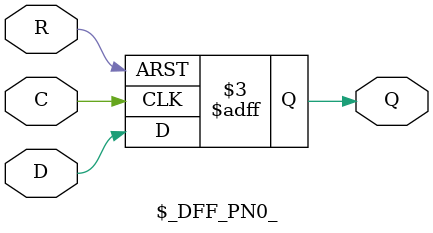
<source format=v>

module \$_DFF_PN0_ (D, C, R, Q);
input D, C, R;
output reg Q;
always @(posedge C or negedge R) begin
	if (R == 0)
		Q <= 0;
	else
		Q <= D;
end
endmodule

</source>
